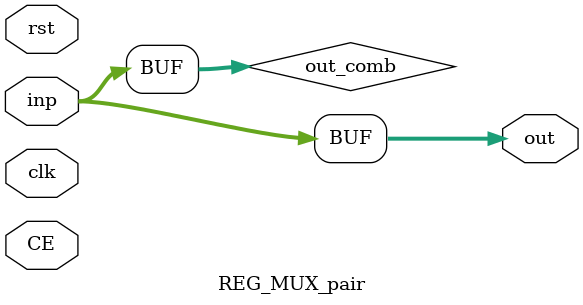
<source format=v>
module REG_MUX_pair(clk,rst,inp,CE,out);
parameter RESETTYPE="SYNC";
parameter SELECT=0;
parameter WIDTH=18;
input clk,rst,CE;
input [WIDTH-1:0] inp;
output  [WIDTH-1:0] out;
reg [WIDTH-1:0] out_comb;
reg [WIDTH-1:0] out_reg;
assign out = out_comb;
generate
    if(RESETTYPE=="ASYNC") begin
      always @(posedge clk or posedge rst) begin
        if(rst)
           out_reg<=0;
        else begin
            if(CE)
              out_reg<=inp;
        end        
      end
    end
    else begin
      always @(posedge clk) begin
        if(rst)
           out_reg<=0;
        else begin
            if(CE)
              out_reg<=inp;
        end
        end  
    end
endgenerate
always @(*) begin
    case (SELECT)
        0: out_comb=inp;
        default: out_comb=out_reg;            
    endcase
end
endmodule
</source>
